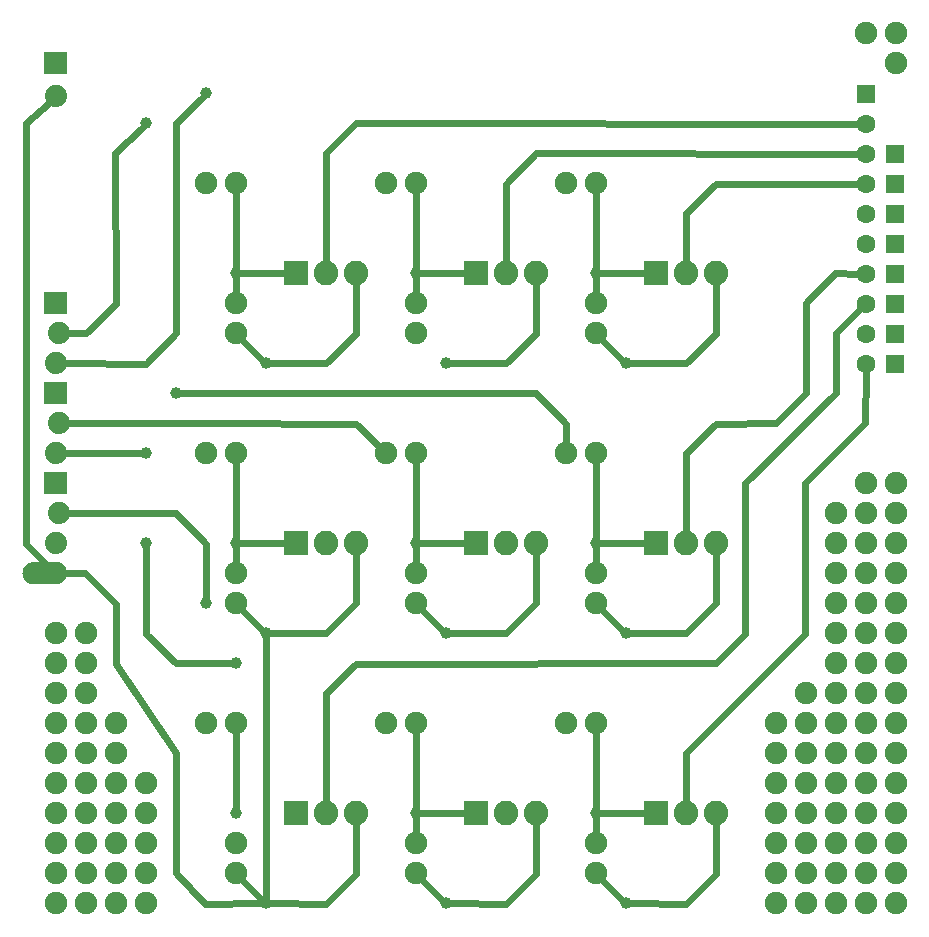
<source format=gtl>
G04 MADE WITH FRITZING*
G04 WWW.FRITZING.ORG*
G04 DOUBLE SIDED*
G04 HOLES PLATED*
G04 CONTOUR ON CENTER OF CONTOUR VECTOR*
%ASAXBY*%
%FSLAX23Y23*%
%MOIN*%
%OFA0B0*%
%SFA1.0B1.0*%
%ADD10C,0.075000*%
%ADD11C,0.062992*%
%ADD12C,0.039370*%
%ADD13C,0.074000*%
%ADD14C,0.082000*%
%ADD15C,0.074803*%
%ADD16R,0.062992X0.062992*%
%ADD17R,0.082000X0.082000*%
%ADD18C,0.024000*%
%ADD19R,0.001000X0.001000*%
%LNCOPPER1*%
G90*
G70*
G54D10*
X1298Y752D03*
X1398Y752D03*
X1298Y2552D03*
X1398Y2552D03*
X1298Y1652D03*
X1398Y1652D03*
X1898Y1652D03*
X1998Y1652D03*
X1898Y752D03*
X1998Y752D03*
X1898Y2552D03*
X1998Y2552D03*
X698Y2552D03*
X798Y2552D03*
X698Y752D03*
X798Y752D03*
X698Y1652D03*
X798Y1652D03*
X1998Y2152D03*
X1998Y2052D03*
X1998Y1252D03*
X1998Y1152D03*
X1998Y352D03*
X1998Y252D03*
X798Y2152D03*
X798Y2052D03*
X798Y1252D03*
X798Y1152D03*
X798Y352D03*
X798Y252D03*
X1398Y2152D03*
X1398Y2052D03*
X1398Y1252D03*
X1398Y1152D03*
X1398Y352D03*
X1398Y252D03*
G54D11*
X2996Y2651D03*
X2898Y2651D03*
X2996Y2051D03*
X2898Y2051D03*
X2996Y2351D03*
X2898Y2351D03*
X2898Y2849D03*
X2898Y2751D03*
X2996Y2151D03*
X2898Y2151D03*
X2996Y2451D03*
X2898Y2451D03*
X2996Y2551D03*
X2898Y2551D03*
X2996Y2251D03*
X2898Y2251D03*
X2996Y1951D03*
X2898Y1951D03*
G54D12*
X198Y2152D03*
G54D13*
X198Y2152D03*
X208Y2052D03*
X198Y1952D03*
X198Y2152D03*
X208Y2052D03*
X198Y1952D03*
X198Y2152D03*
X208Y2052D03*
X198Y1952D03*
X198Y1552D03*
X208Y1452D03*
X198Y1352D03*
X198Y1552D03*
X208Y1452D03*
X198Y1352D03*
X198Y1552D03*
X208Y1452D03*
X198Y1352D03*
X198Y1252D03*
X198Y1252D03*
X198Y1252D03*
X198Y1852D03*
X208Y1752D03*
X198Y1652D03*
X198Y1852D03*
X208Y1752D03*
X198Y1652D03*
X198Y1852D03*
X208Y1752D03*
X198Y1652D03*
X198Y2952D03*
X198Y2842D03*
X198Y2952D03*
X198Y2842D03*
X198Y2952D03*
X198Y2842D03*
G54D14*
X998Y2252D03*
X1098Y2252D03*
X1198Y2252D03*
X998Y1352D03*
X1098Y1352D03*
X1198Y1352D03*
X998Y452D03*
X1098Y452D03*
X1198Y452D03*
G54D12*
X798Y2252D03*
X898Y1952D03*
G54D14*
X2198Y2252D03*
X2298Y2252D03*
X2398Y2252D03*
X2198Y452D03*
X2298Y452D03*
X2398Y452D03*
X2198Y1352D03*
X2298Y1352D03*
X2398Y1352D03*
X1598Y2252D03*
X1698Y2252D03*
X1798Y2252D03*
X1598Y1352D03*
X1698Y1352D03*
X1798Y1352D03*
X1598Y452D03*
X1698Y452D03*
X1798Y452D03*
G54D12*
X498Y2752D03*
X698Y2852D03*
X1398Y2252D03*
X1498Y1952D03*
X1998Y2252D03*
X2098Y1952D03*
X798Y1352D03*
X498Y1652D03*
X598Y1852D03*
X1398Y1352D03*
X1998Y1352D03*
X898Y1052D03*
X1498Y1052D03*
X2098Y1052D03*
X698Y1152D03*
X498Y1352D03*
X798Y452D03*
X1398Y452D03*
X1998Y452D03*
X2098Y152D03*
X1498Y152D03*
X898Y152D03*
X798Y952D03*
G54D15*
X2698Y252D03*
X2598Y252D03*
X2598Y352D03*
X2598Y152D03*
X2698Y152D03*
X2698Y352D03*
X2598Y452D03*
X2698Y452D03*
X2798Y252D03*
X2798Y152D03*
X2898Y152D03*
X2998Y152D03*
X2898Y252D03*
X2998Y252D03*
X2798Y352D03*
X2898Y352D03*
X2998Y352D03*
X2798Y452D03*
X2898Y452D03*
X2998Y452D03*
X2698Y652D03*
X2698Y552D03*
X2698Y752D03*
X2698Y852D03*
X2798Y652D03*
X2798Y552D03*
X2898Y552D03*
X2998Y552D03*
X2898Y652D03*
X2998Y652D03*
X2798Y752D03*
X2898Y752D03*
X2998Y752D03*
X2798Y852D03*
X2898Y852D03*
X2998Y852D03*
X2798Y952D03*
X2798Y1352D03*
X2798Y1252D03*
X2898Y1252D03*
X2998Y1252D03*
X2898Y952D03*
X2898Y1352D03*
X2998Y952D03*
X2998Y1352D03*
X2798Y1052D03*
X2798Y1452D03*
X2898Y1052D03*
X2898Y1452D03*
X2998Y1052D03*
X2998Y1452D03*
X2798Y1152D03*
X2898Y1152D03*
X2898Y1552D03*
X2998Y1152D03*
X2998Y1552D03*
X2998Y2952D03*
X2898Y3052D03*
X2998Y3052D03*
X198Y252D03*
X198Y652D03*
X198Y152D03*
X198Y552D03*
X298Y152D03*
X298Y552D03*
X398Y152D03*
X398Y552D03*
X298Y252D03*
X298Y652D03*
X398Y252D03*
X398Y652D03*
X198Y352D03*
X198Y752D03*
X298Y352D03*
X298Y752D03*
X398Y352D03*
X398Y752D03*
X198Y452D03*
X298Y452D03*
X398Y452D03*
X198Y952D03*
X198Y852D03*
X298Y852D03*
X298Y952D03*
X198Y1052D03*
X298Y1052D03*
X498Y152D03*
X498Y552D03*
X498Y252D03*
X498Y352D03*
X498Y452D03*
X2598Y552D03*
X2598Y652D03*
X2598Y752D03*
G54D16*
X2996Y2651D03*
X2996Y2051D03*
X2996Y2351D03*
X2898Y2849D03*
X2996Y2151D03*
X2996Y2451D03*
X2996Y2551D03*
X2996Y2251D03*
X2996Y1951D03*
G54D17*
X998Y2252D03*
X998Y1352D03*
X998Y452D03*
X2198Y2252D03*
X2198Y452D03*
X2198Y1352D03*
X1598Y2252D03*
X1598Y1352D03*
X1598Y452D03*
G54D18*
X1198Y2753D02*
X1099Y2652D01*
D02*
X99Y1351D02*
X98Y2753D01*
D02*
X98Y2753D02*
X175Y2821D01*
D02*
X175Y1275D02*
X99Y1351D01*
D02*
X397Y2652D02*
X485Y2738D01*
D02*
X1099Y1952D02*
X1198Y2051D01*
D02*
X1198Y2051D02*
X1198Y2219D01*
D02*
X917Y1952D02*
X1099Y1952D01*
D02*
X819Y2031D02*
X885Y1965D01*
D02*
X798Y2271D02*
X798Y2523D01*
D02*
X1099Y2652D02*
X1098Y2284D01*
D02*
X2871Y2751D02*
X1198Y2753D01*
D02*
X599Y2753D02*
X599Y2052D01*
D02*
X299Y2052D02*
X398Y2151D01*
D02*
X499Y1951D02*
X230Y1952D01*
D02*
X2085Y1965D02*
X2019Y2031D01*
D02*
X1998Y2271D02*
X1998Y2523D01*
D02*
X599Y2052D02*
X499Y1951D01*
D02*
X685Y2838D02*
X599Y2753D01*
D02*
X398Y2151D02*
X397Y2652D01*
D02*
X240Y2052D02*
X299Y2052D01*
D02*
X2298Y1952D02*
X2399Y2051D01*
D02*
X1699Y2551D02*
X1699Y2284D01*
D02*
X1699Y1952D02*
X1798Y2051D01*
D02*
X1798Y2652D02*
X1699Y2551D01*
D02*
X2399Y2051D02*
X2398Y2219D01*
D02*
X1798Y2051D02*
X1798Y2219D01*
D02*
X2117Y1952D02*
X2298Y1952D01*
D02*
X1517Y1952D02*
X1699Y1952D01*
D02*
X2871Y2551D02*
X2399Y2551D01*
D02*
X2871Y2651D02*
X1798Y2652D01*
D02*
X2298Y2452D02*
X2298Y2284D01*
D02*
X2399Y2551D02*
X2298Y2452D01*
D02*
X817Y1352D02*
X966Y1352D01*
D02*
X2017Y2252D02*
X2166Y2252D01*
D02*
X1398Y2233D02*
X1398Y2180D01*
D02*
X1998Y2233D02*
X1998Y2180D01*
D02*
X1417Y2252D02*
X1566Y2252D01*
D02*
X1398Y2271D02*
X1398Y2523D01*
D02*
X817Y2252D02*
X966Y2252D01*
D02*
X1398Y1623D02*
X1398Y1371D01*
D02*
X1899Y1751D02*
X1798Y1852D01*
D02*
X1798Y1852D02*
X617Y1852D01*
D02*
X479Y1652D02*
X230Y1652D01*
D02*
X1899Y1680D02*
X1899Y1751D01*
D02*
X699Y1752D02*
X240Y1752D01*
D02*
X1198Y1751D02*
X699Y1752D01*
D02*
X1278Y1672D02*
X1198Y1751D01*
D02*
X798Y2233D02*
X798Y2180D01*
D02*
X2698Y2152D02*
X2797Y2252D01*
D02*
X1998Y1333D02*
X1998Y1280D01*
D02*
X2017Y1352D02*
X2166Y1352D01*
D02*
X1998Y1623D02*
X1998Y1371D01*
D02*
X1398Y1333D02*
X1398Y1280D01*
D02*
X1417Y1352D02*
X1566Y1352D01*
D02*
X798Y1333D02*
X798Y1280D01*
D02*
X798Y1371D02*
X798Y1623D01*
D02*
X2399Y1751D02*
X2598Y1752D01*
D02*
X2298Y1052D02*
X2399Y1152D01*
D02*
X819Y1131D02*
X885Y1065D01*
D02*
X1419Y1131D02*
X1485Y1065D01*
D02*
X2019Y1131D02*
X2085Y1065D01*
D02*
X2298Y1652D02*
X2399Y1751D01*
D02*
X2598Y1752D02*
X2698Y1852D01*
D02*
X2698Y1852D02*
X2698Y2152D01*
D02*
X2797Y2252D02*
X2871Y2251D01*
D02*
X2298Y1384D02*
X2298Y1652D01*
D02*
X1099Y1052D02*
X1198Y1152D01*
D02*
X1198Y1152D02*
X1198Y1320D01*
D02*
X1699Y1052D02*
X1798Y1152D01*
D02*
X1798Y1152D02*
X1798Y1320D01*
D02*
X2399Y1152D02*
X2398Y1320D01*
D02*
X917Y1052D02*
X1099Y1052D01*
D02*
X1517Y1052D02*
X1699Y1052D01*
D02*
X2117Y1052D02*
X2298Y1052D01*
D02*
X1998Y723D02*
X1998Y471D01*
D02*
X1398Y723D02*
X1398Y471D01*
D02*
X798Y723D02*
X798Y471D01*
D02*
X699Y1351D02*
X598Y1452D01*
D02*
X598Y1452D02*
X240Y1452D01*
D02*
X699Y1171D02*
X699Y1351D01*
D02*
X2298Y151D02*
X2399Y251D01*
D02*
X2399Y251D02*
X2398Y419D01*
D02*
X2085Y165D02*
X2019Y231D01*
D02*
X1485Y165D02*
X1419Y231D01*
D02*
X885Y165D02*
X819Y231D01*
D02*
X1998Y433D02*
X1998Y380D01*
D02*
X2017Y452D02*
X2166Y452D01*
D02*
X1398Y433D02*
X1398Y380D01*
D02*
X1417Y452D02*
X1566Y452D01*
D02*
X599Y253D02*
X599Y653D01*
D02*
X599Y653D02*
X399Y951D01*
D02*
X898Y1033D02*
X898Y171D01*
D02*
X1699Y151D02*
X1517Y152D01*
D02*
X1798Y251D02*
X1699Y151D01*
D02*
X1099Y151D02*
X917Y152D01*
D02*
X1198Y251D02*
X1099Y151D01*
D02*
X2117Y152D02*
X2298Y151D01*
D02*
X1798Y420D02*
X1798Y251D01*
D02*
X1198Y420D02*
X1198Y251D01*
D02*
X1098Y484D02*
X1099Y852D01*
D02*
X399Y1151D02*
X297Y1253D01*
D02*
X297Y1253D02*
X232Y1252D01*
D02*
X2496Y1050D02*
X2496Y1553D01*
D02*
X2496Y1553D02*
X2799Y1852D01*
D02*
X2799Y2052D02*
X2879Y2132D01*
D02*
X2799Y1852D02*
X2799Y2052D01*
D02*
X1198Y951D02*
X2398Y952D01*
D02*
X1099Y852D02*
X1198Y951D01*
D02*
X697Y151D02*
X599Y253D01*
D02*
X399Y951D02*
X399Y1151D01*
D02*
X879Y152D02*
X697Y151D01*
D02*
X2398Y952D02*
X2496Y1050D01*
D02*
X2300Y654D02*
X2299Y484D01*
D02*
X2897Y1753D02*
X2697Y1553D01*
D02*
X2697Y1553D02*
X2697Y1050D01*
D02*
X2697Y1050D02*
X2300Y654D01*
D02*
X2898Y1924D02*
X2897Y1753D01*
D02*
X598Y952D02*
X499Y1051D01*
D02*
X499Y1051D02*
X498Y1333D01*
D02*
X779Y952D02*
X598Y952D01*
G54D19*
X161Y2989D02*
X234Y2989D01*
X161Y2988D02*
X234Y2988D01*
X161Y2987D02*
X234Y2987D01*
X161Y2986D02*
X234Y2986D01*
X161Y2985D02*
X234Y2985D01*
X161Y2984D02*
X234Y2984D01*
X161Y2983D02*
X234Y2983D01*
X161Y2982D02*
X234Y2982D01*
X161Y2981D02*
X234Y2981D01*
X161Y2980D02*
X234Y2980D01*
X161Y2979D02*
X234Y2979D01*
X161Y2978D02*
X234Y2978D01*
X161Y2977D02*
X234Y2977D01*
X161Y2976D02*
X234Y2976D01*
X161Y2975D02*
X234Y2975D01*
X161Y2974D02*
X234Y2974D01*
X161Y2973D02*
X234Y2973D01*
X161Y2972D02*
X193Y2972D01*
X203Y2972D02*
X234Y2972D01*
X161Y2971D02*
X190Y2971D01*
X206Y2971D02*
X234Y2971D01*
X161Y2970D02*
X188Y2970D01*
X208Y2970D02*
X234Y2970D01*
X161Y2969D02*
X186Y2969D01*
X210Y2969D02*
X234Y2969D01*
X161Y2968D02*
X185Y2968D01*
X211Y2968D02*
X234Y2968D01*
X161Y2967D02*
X184Y2967D01*
X212Y2967D02*
X234Y2967D01*
X161Y2966D02*
X183Y2966D01*
X213Y2966D02*
X234Y2966D01*
X161Y2965D02*
X182Y2965D01*
X214Y2965D02*
X234Y2965D01*
X161Y2964D02*
X181Y2964D01*
X215Y2964D02*
X234Y2964D01*
X161Y2963D02*
X180Y2963D01*
X215Y2963D02*
X234Y2963D01*
X161Y2962D02*
X180Y2962D01*
X216Y2962D02*
X234Y2962D01*
X161Y2961D02*
X179Y2961D01*
X216Y2961D02*
X234Y2961D01*
X161Y2960D02*
X179Y2960D01*
X217Y2960D02*
X234Y2960D01*
X161Y2959D02*
X179Y2959D01*
X217Y2959D02*
X234Y2959D01*
X161Y2958D02*
X178Y2958D01*
X218Y2958D02*
X234Y2958D01*
X161Y2957D02*
X178Y2957D01*
X218Y2957D02*
X234Y2957D01*
X161Y2956D02*
X178Y2956D01*
X218Y2956D02*
X234Y2956D01*
X161Y2955D02*
X178Y2955D01*
X218Y2955D02*
X234Y2955D01*
X161Y2954D02*
X178Y2954D01*
X218Y2954D02*
X234Y2954D01*
X161Y2953D02*
X177Y2953D01*
X218Y2953D02*
X234Y2953D01*
X161Y2952D02*
X177Y2952D01*
X218Y2952D02*
X234Y2952D01*
X161Y2951D02*
X178Y2951D01*
X218Y2951D02*
X234Y2951D01*
X161Y2950D02*
X178Y2950D01*
X218Y2950D02*
X234Y2950D01*
X161Y2949D02*
X178Y2949D01*
X218Y2949D02*
X234Y2949D01*
X161Y2948D02*
X178Y2948D01*
X218Y2948D02*
X234Y2948D01*
X161Y2947D02*
X178Y2947D01*
X218Y2947D02*
X234Y2947D01*
X161Y2946D02*
X179Y2946D01*
X217Y2946D02*
X234Y2946D01*
X161Y2945D02*
X179Y2945D01*
X217Y2945D02*
X234Y2945D01*
X161Y2944D02*
X179Y2944D01*
X216Y2944D02*
X234Y2944D01*
X161Y2943D02*
X180Y2943D01*
X216Y2943D02*
X234Y2943D01*
X161Y2942D02*
X180Y2942D01*
X215Y2942D02*
X234Y2942D01*
X161Y2941D02*
X181Y2941D01*
X215Y2941D02*
X234Y2941D01*
X161Y2940D02*
X182Y2940D01*
X214Y2940D02*
X234Y2940D01*
X161Y2939D02*
X183Y2939D01*
X213Y2939D02*
X234Y2939D01*
X161Y2938D02*
X184Y2938D01*
X212Y2938D02*
X234Y2938D01*
X161Y2937D02*
X185Y2937D01*
X211Y2937D02*
X234Y2937D01*
X161Y2936D02*
X186Y2936D01*
X210Y2936D02*
X234Y2936D01*
X161Y2935D02*
X188Y2935D01*
X208Y2935D02*
X234Y2935D01*
X161Y2934D02*
X190Y2934D01*
X206Y2934D02*
X234Y2934D01*
X161Y2933D02*
X193Y2933D01*
X203Y2933D02*
X234Y2933D01*
X161Y2932D02*
X234Y2932D01*
X161Y2931D02*
X234Y2931D01*
X161Y2930D02*
X234Y2930D01*
X161Y2929D02*
X234Y2929D01*
X161Y2928D02*
X234Y2928D01*
X161Y2927D02*
X234Y2927D01*
X161Y2926D02*
X234Y2926D01*
X161Y2925D02*
X234Y2925D01*
X161Y2924D02*
X234Y2924D01*
X161Y2923D02*
X234Y2923D01*
X161Y2922D02*
X234Y2922D01*
X161Y2921D02*
X234Y2921D01*
X161Y2920D02*
X234Y2920D01*
X161Y2919D02*
X234Y2919D01*
X161Y2918D02*
X234Y2918D01*
X161Y2917D02*
X234Y2917D01*
X161Y2916D02*
X234Y2916D01*
X161Y2189D02*
X234Y2189D01*
X161Y2188D02*
X234Y2188D01*
X161Y2187D02*
X234Y2187D01*
X161Y2186D02*
X234Y2186D01*
X161Y2185D02*
X234Y2185D01*
X161Y2184D02*
X234Y2184D01*
X161Y2183D02*
X234Y2183D01*
X161Y2182D02*
X234Y2182D01*
X161Y2181D02*
X234Y2181D01*
X161Y2180D02*
X234Y2180D01*
X161Y2179D02*
X234Y2179D01*
X161Y2178D02*
X234Y2178D01*
X161Y2177D02*
X234Y2177D01*
X161Y2176D02*
X234Y2176D01*
X161Y2175D02*
X234Y2175D01*
X161Y2174D02*
X234Y2174D01*
X161Y2173D02*
X234Y2173D01*
X161Y2172D02*
X192Y2172D01*
X203Y2172D02*
X234Y2172D01*
X161Y2171D02*
X189Y2171D01*
X206Y2171D02*
X234Y2171D01*
X161Y2170D02*
X188Y2170D01*
X208Y2170D02*
X234Y2170D01*
X161Y2169D02*
X186Y2169D01*
X210Y2169D02*
X234Y2169D01*
X161Y2168D02*
X185Y2168D01*
X211Y2168D02*
X234Y2168D01*
X161Y2167D02*
X183Y2167D01*
X212Y2167D02*
X234Y2167D01*
X161Y2166D02*
X183Y2166D01*
X213Y2166D02*
X234Y2166D01*
X161Y2165D02*
X182Y2165D01*
X214Y2165D02*
X234Y2165D01*
X161Y2164D02*
X181Y2164D01*
X215Y2164D02*
X234Y2164D01*
X161Y2163D02*
X180Y2163D01*
X215Y2163D02*
X234Y2163D01*
X161Y2162D02*
X180Y2162D01*
X216Y2162D02*
X234Y2162D01*
X161Y2161D02*
X179Y2161D01*
X217Y2161D02*
X234Y2161D01*
X161Y2160D02*
X179Y2160D01*
X217Y2160D02*
X234Y2160D01*
X161Y2159D02*
X179Y2159D01*
X217Y2159D02*
X234Y2159D01*
X161Y2158D02*
X178Y2158D01*
X218Y2158D02*
X234Y2158D01*
X161Y2157D02*
X178Y2157D01*
X218Y2157D02*
X234Y2157D01*
X161Y2156D02*
X178Y2156D01*
X218Y2156D02*
X234Y2156D01*
X161Y2155D02*
X178Y2155D01*
X218Y2155D02*
X234Y2155D01*
X161Y2154D02*
X178Y2154D01*
X218Y2154D02*
X234Y2154D01*
X161Y2153D02*
X177Y2153D01*
X218Y2153D02*
X234Y2153D01*
X161Y2152D02*
X177Y2152D01*
X218Y2152D02*
X234Y2152D01*
X161Y2151D02*
X178Y2151D01*
X218Y2151D02*
X234Y2151D01*
X161Y2150D02*
X178Y2150D01*
X218Y2150D02*
X234Y2150D01*
X161Y2149D02*
X178Y2149D01*
X218Y2149D02*
X234Y2149D01*
X161Y2148D02*
X178Y2148D01*
X218Y2148D02*
X234Y2148D01*
X161Y2147D02*
X178Y2147D01*
X217Y2147D02*
X234Y2147D01*
X161Y2146D02*
X179Y2146D01*
X217Y2146D02*
X234Y2146D01*
X161Y2145D02*
X179Y2145D01*
X217Y2145D02*
X234Y2145D01*
X161Y2144D02*
X179Y2144D01*
X216Y2144D02*
X234Y2144D01*
X161Y2143D02*
X180Y2143D01*
X216Y2143D02*
X234Y2143D01*
X161Y2142D02*
X181Y2142D01*
X215Y2142D02*
X234Y2142D01*
X161Y2141D02*
X181Y2141D01*
X215Y2141D02*
X234Y2141D01*
X161Y2140D02*
X182Y2140D01*
X214Y2140D02*
X234Y2140D01*
X161Y2139D02*
X183Y2139D01*
X213Y2139D02*
X234Y2139D01*
X161Y2138D02*
X184Y2138D01*
X212Y2138D02*
X234Y2138D01*
X161Y2137D02*
X185Y2137D01*
X211Y2137D02*
X234Y2137D01*
X161Y2136D02*
X186Y2136D01*
X209Y2136D02*
X234Y2136D01*
X161Y2135D02*
X188Y2135D01*
X208Y2135D02*
X234Y2135D01*
X161Y2134D02*
X190Y2134D01*
X205Y2134D02*
X234Y2134D01*
X161Y2133D02*
X194Y2133D01*
X201Y2133D02*
X234Y2133D01*
X161Y2132D02*
X234Y2132D01*
X161Y2131D02*
X234Y2131D01*
X161Y2130D02*
X234Y2130D01*
X161Y2129D02*
X234Y2129D01*
X161Y2128D02*
X234Y2128D01*
X161Y2127D02*
X234Y2127D01*
X161Y2126D02*
X234Y2126D01*
X161Y2125D02*
X234Y2125D01*
X161Y2124D02*
X234Y2124D01*
X161Y2123D02*
X234Y2123D01*
X161Y2122D02*
X234Y2122D01*
X161Y2121D02*
X234Y2121D01*
X161Y2120D02*
X234Y2120D01*
X161Y2119D02*
X234Y2119D01*
X161Y2118D02*
X234Y2118D01*
X161Y2117D02*
X234Y2117D01*
X162Y2116D02*
X234Y2116D01*
X161Y1889D02*
X234Y1889D01*
X161Y1888D02*
X234Y1888D01*
X161Y1887D02*
X234Y1887D01*
X161Y1886D02*
X234Y1886D01*
X161Y1885D02*
X234Y1885D01*
X161Y1884D02*
X234Y1884D01*
X161Y1883D02*
X234Y1883D01*
X161Y1882D02*
X234Y1882D01*
X161Y1881D02*
X234Y1881D01*
X161Y1880D02*
X234Y1880D01*
X161Y1879D02*
X234Y1879D01*
X161Y1878D02*
X234Y1878D01*
X161Y1877D02*
X234Y1877D01*
X161Y1876D02*
X234Y1876D01*
X161Y1875D02*
X234Y1875D01*
X161Y1874D02*
X234Y1874D01*
X161Y1873D02*
X234Y1873D01*
X161Y1872D02*
X192Y1872D01*
X204Y1872D02*
X234Y1872D01*
X161Y1871D02*
X189Y1871D01*
X206Y1871D02*
X234Y1871D01*
X161Y1870D02*
X187Y1870D01*
X208Y1870D02*
X234Y1870D01*
X161Y1869D02*
X186Y1869D01*
X210Y1869D02*
X234Y1869D01*
X161Y1868D02*
X185Y1868D01*
X211Y1868D02*
X234Y1868D01*
X161Y1867D02*
X183Y1867D01*
X212Y1867D02*
X234Y1867D01*
X161Y1866D02*
X183Y1866D01*
X213Y1866D02*
X234Y1866D01*
X161Y1865D02*
X182Y1865D01*
X214Y1865D02*
X234Y1865D01*
X161Y1864D02*
X181Y1864D01*
X215Y1864D02*
X234Y1864D01*
X161Y1863D02*
X180Y1863D01*
X215Y1863D02*
X234Y1863D01*
X161Y1862D02*
X180Y1862D01*
X216Y1862D02*
X234Y1862D01*
X161Y1861D02*
X179Y1861D01*
X217Y1861D02*
X234Y1861D01*
X161Y1860D02*
X179Y1860D01*
X217Y1860D02*
X234Y1860D01*
X161Y1859D02*
X178Y1859D01*
X217Y1859D02*
X234Y1859D01*
X161Y1858D02*
X178Y1858D01*
X218Y1858D02*
X234Y1858D01*
X161Y1857D02*
X178Y1857D01*
X218Y1857D02*
X234Y1857D01*
X161Y1856D02*
X178Y1856D01*
X218Y1856D02*
X234Y1856D01*
X161Y1855D02*
X178Y1855D01*
X218Y1855D02*
X234Y1855D01*
X161Y1854D02*
X178Y1854D01*
X218Y1854D02*
X234Y1854D01*
X161Y1853D02*
X177Y1853D01*
X218Y1853D02*
X234Y1853D01*
X161Y1852D02*
X177Y1852D01*
X218Y1852D02*
X234Y1852D01*
X161Y1851D02*
X178Y1851D01*
X218Y1851D02*
X234Y1851D01*
X161Y1850D02*
X178Y1850D01*
X218Y1850D02*
X234Y1850D01*
X161Y1849D02*
X178Y1849D01*
X218Y1849D02*
X234Y1849D01*
X161Y1848D02*
X178Y1848D01*
X218Y1848D02*
X234Y1848D01*
X161Y1847D02*
X178Y1847D01*
X217Y1847D02*
X234Y1847D01*
X161Y1846D02*
X179Y1846D01*
X217Y1846D02*
X234Y1846D01*
X161Y1845D02*
X179Y1845D01*
X217Y1845D02*
X234Y1845D01*
X161Y1844D02*
X179Y1844D01*
X216Y1844D02*
X234Y1844D01*
X161Y1843D02*
X180Y1843D01*
X216Y1843D02*
X234Y1843D01*
X161Y1842D02*
X181Y1842D01*
X215Y1842D02*
X234Y1842D01*
X161Y1841D02*
X181Y1841D01*
X215Y1841D02*
X234Y1841D01*
X161Y1840D02*
X182Y1840D01*
X214Y1840D02*
X234Y1840D01*
X161Y1839D02*
X183Y1839D01*
X213Y1839D02*
X234Y1839D01*
X161Y1838D02*
X184Y1838D01*
X212Y1838D02*
X234Y1838D01*
X161Y1837D02*
X185Y1837D01*
X211Y1837D02*
X234Y1837D01*
X161Y1836D02*
X187Y1836D01*
X209Y1836D02*
X234Y1836D01*
X161Y1835D02*
X188Y1835D01*
X207Y1835D02*
X234Y1835D01*
X161Y1834D02*
X191Y1834D01*
X205Y1834D02*
X234Y1834D01*
X161Y1833D02*
X195Y1833D01*
X201Y1833D02*
X234Y1833D01*
X161Y1832D02*
X234Y1832D01*
X161Y1831D02*
X234Y1831D01*
X161Y1830D02*
X234Y1830D01*
X161Y1829D02*
X234Y1829D01*
X161Y1828D02*
X234Y1828D01*
X161Y1827D02*
X234Y1827D01*
X161Y1826D02*
X234Y1826D01*
X161Y1825D02*
X234Y1825D01*
X161Y1824D02*
X234Y1824D01*
X161Y1823D02*
X234Y1823D01*
X161Y1822D02*
X234Y1822D01*
X161Y1821D02*
X234Y1821D01*
X161Y1820D02*
X234Y1820D01*
X161Y1819D02*
X234Y1819D01*
X161Y1818D02*
X234Y1818D01*
X161Y1817D02*
X234Y1817D01*
X162Y1816D02*
X234Y1816D01*
X161Y1589D02*
X234Y1589D01*
X161Y1588D02*
X234Y1588D01*
X161Y1587D02*
X234Y1587D01*
X161Y1586D02*
X234Y1586D01*
X161Y1585D02*
X234Y1585D01*
X161Y1584D02*
X234Y1584D01*
X161Y1583D02*
X234Y1583D01*
X161Y1582D02*
X234Y1582D01*
X161Y1581D02*
X234Y1581D01*
X161Y1580D02*
X234Y1580D01*
X161Y1579D02*
X234Y1579D01*
X161Y1578D02*
X234Y1578D01*
X161Y1577D02*
X234Y1577D01*
X161Y1576D02*
X234Y1576D01*
X161Y1575D02*
X234Y1575D01*
X161Y1574D02*
X234Y1574D01*
X161Y1573D02*
X234Y1573D01*
X161Y1572D02*
X192Y1572D01*
X204Y1572D02*
X234Y1572D01*
X161Y1571D02*
X189Y1571D01*
X207Y1571D02*
X234Y1571D01*
X161Y1570D02*
X187Y1570D01*
X208Y1570D02*
X234Y1570D01*
X161Y1569D02*
X186Y1569D01*
X210Y1569D02*
X234Y1569D01*
X161Y1568D02*
X185Y1568D01*
X211Y1568D02*
X234Y1568D01*
X161Y1567D02*
X183Y1567D01*
X212Y1567D02*
X234Y1567D01*
X161Y1566D02*
X182Y1566D01*
X213Y1566D02*
X234Y1566D01*
X161Y1565D02*
X182Y1565D01*
X214Y1565D02*
X234Y1565D01*
X161Y1564D02*
X181Y1564D01*
X215Y1564D02*
X234Y1564D01*
X161Y1563D02*
X180Y1563D01*
X216Y1563D02*
X234Y1563D01*
X161Y1562D02*
X180Y1562D01*
X216Y1562D02*
X234Y1562D01*
X161Y1561D02*
X179Y1561D01*
X217Y1561D02*
X234Y1561D01*
X161Y1560D02*
X179Y1560D01*
X217Y1560D02*
X234Y1560D01*
X161Y1559D02*
X178Y1559D01*
X217Y1559D02*
X234Y1559D01*
X161Y1558D02*
X178Y1558D01*
X218Y1558D02*
X234Y1558D01*
X161Y1557D02*
X178Y1557D01*
X218Y1557D02*
X234Y1557D01*
X161Y1556D02*
X178Y1556D01*
X218Y1556D02*
X234Y1556D01*
X161Y1555D02*
X178Y1555D01*
X218Y1555D02*
X234Y1555D01*
X161Y1554D02*
X178Y1554D01*
X218Y1554D02*
X234Y1554D01*
X161Y1553D02*
X177Y1553D01*
X218Y1553D02*
X234Y1553D01*
X161Y1552D02*
X177Y1552D01*
X218Y1552D02*
X234Y1552D01*
X161Y1551D02*
X178Y1551D01*
X218Y1551D02*
X234Y1551D01*
X161Y1550D02*
X178Y1550D01*
X218Y1550D02*
X234Y1550D01*
X161Y1549D02*
X178Y1549D01*
X218Y1549D02*
X234Y1549D01*
X161Y1548D02*
X178Y1548D01*
X218Y1548D02*
X234Y1548D01*
X161Y1547D02*
X178Y1547D01*
X217Y1547D02*
X234Y1547D01*
X161Y1546D02*
X179Y1546D01*
X217Y1546D02*
X234Y1546D01*
X161Y1545D02*
X179Y1545D01*
X217Y1545D02*
X234Y1545D01*
X161Y1544D02*
X180Y1544D01*
X216Y1544D02*
X234Y1544D01*
X161Y1543D02*
X180Y1543D01*
X216Y1543D02*
X234Y1543D01*
X161Y1542D02*
X181Y1542D01*
X215Y1542D02*
X234Y1542D01*
X161Y1541D02*
X181Y1541D01*
X214Y1541D02*
X234Y1541D01*
X161Y1540D02*
X182Y1540D01*
X214Y1540D02*
X234Y1540D01*
X161Y1539D02*
X183Y1539D01*
X213Y1539D02*
X234Y1539D01*
X161Y1538D02*
X184Y1538D01*
X212Y1538D02*
X234Y1538D01*
X161Y1537D02*
X185Y1537D01*
X211Y1537D02*
X234Y1537D01*
X161Y1536D02*
X187Y1536D01*
X209Y1536D02*
X234Y1536D01*
X161Y1535D02*
X188Y1535D01*
X207Y1535D02*
X234Y1535D01*
X161Y1534D02*
X191Y1534D01*
X205Y1534D02*
X234Y1534D01*
X161Y1533D02*
X196Y1533D01*
X200Y1533D02*
X234Y1533D01*
X161Y1532D02*
X234Y1532D01*
X161Y1531D02*
X234Y1531D01*
X161Y1530D02*
X234Y1530D01*
X161Y1529D02*
X234Y1529D01*
X161Y1528D02*
X234Y1528D01*
X161Y1527D02*
X234Y1527D01*
X161Y1526D02*
X234Y1526D01*
X161Y1525D02*
X234Y1525D01*
X161Y1524D02*
X234Y1524D01*
X161Y1523D02*
X234Y1523D01*
X161Y1522D02*
X234Y1522D01*
X161Y1521D02*
X234Y1521D01*
X161Y1520D02*
X234Y1520D01*
X161Y1519D02*
X234Y1519D01*
X161Y1518D02*
X234Y1518D01*
X161Y1517D02*
X234Y1517D01*
X162Y1516D02*
X234Y1516D01*
X117Y1289D02*
X205Y1289D01*
X113Y1288D02*
X209Y1288D01*
X110Y1287D02*
X212Y1287D01*
X108Y1286D02*
X214Y1286D01*
X106Y1285D02*
X216Y1285D01*
X104Y1284D02*
X217Y1284D01*
X103Y1283D02*
X219Y1283D01*
X102Y1282D02*
X220Y1282D01*
X100Y1281D02*
X221Y1281D01*
X99Y1280D02*
X222Y1280D01*
X98Y1279D02*
X224Y1279D01*
X97Y1278D02*
X224Y1278D01*
X96Y1277D02*
X225Y1277D01*
X96Y1276D02*
X226Y1276D01*
X95Y1275D02*
X227Y1275D01*
X94Y1274D02*
X192Y1274D01*
X204Y1274D02*
X228Y1274D01*
X93Y1273D02*
X189Y1273D01*
X207Y1273D02*
X228Y1273D01*
X93Y1272D02*
X187Y1272D01*
X209Y1272D02*
X229Y1272D01*
X92Y1271D02*
X185Y1271D01*
X211Y1271D02*
X230Y1271D01*
X92Y1270D02*
X184Y1270D01*
X212Y1270D02*
X230Y1270D01*
X91Y1269D02*
X183Y1269D01*
X213Y1269D02*
X231Y1269D01*
X91Y1268D02*
X181Y1268D01*
X214Y1268D02*
X231Y1268D01*
X90Y1267D02*
X181Y1267D01*
X215Y1267D02*
X232Y1267D01*
X90Y1266D02*
X180Y1266D01*
X216Y1266D02*
X232Y1266D01*
X89Y1265D02*
X179Y1265D01*
X217Y1265D02*
X232Y1265D01*
X89Y1264D02*
X179Y1264D01*
X217Y1264D02*
X233Y1264D01*
X89Y1263D02*
X178Y1263D01*
X218Y1263D02*
X233Y1263D01*
X89Y1262D02*
X177Y1262D01*
X218Y1262D02*
X233Y1262D01*
X88Y1261D02*
X177Y1261D01*
X219Y1261D02*
X233Y1261D01*
X88Y1260D02*
X177Y1260D01*
X219Y1260D02*
X234Y1260D01*
X88Y1259D02*
X176Y1259D01*
X219Y1259D02*
X234Y1259D01*
X88Y1258D02*
X176Y1258D01*
X220Y1258D02*
X234Y1258D01*
X88Y1257D02*
X176Y1257D01*
X220Y1257D02*
X234Y1257D01*
X88Y1256D02*
X176Y1256D01*
X220Y1256D02*
X234Y1256D01*
X88Y1255D02*
X176Y1255D01*
X220Y1255D02*
X234Y1255D01*
X87Y1254D02*
X175Y1254D01*
X220Y1254D02*
X234Y1254D01*
X87Y1253D02*
X175Y1253D01*
X220Y1253D02*
X234Y1253D01*
X87Y1252D02*
X175Y1252D01*
X220Y1252D02*
X234Y1252D01*
X88Y1251D02*
X175Y1251D01*
X220Y1251D02*
X234Y1251D01*
X88Y1250D02*
X176Y1250D01*
X220Y1250D02*
X234Y1250D01*
X88Y1249D02*
X176Y1249D01*
X220Y1249D02*
X234Y1249D01*
X88Y1248D02*
X176Y1248D01*
X220Y1248D02*
X234Y1248D01*
X88Y1247D02*
X176Y1247D01*
X219Y1247D02*
X234Y1247D01*
X88Y1246D02*
X177Y1246D01*
X219Y1246D02*
X234Y1246D01*
X88Y1245D02*
X177Y1245D01*
X219Y1245D02*
X234Y1245D01*
X89Y1244D02*
X177Y1244D01*
X218Y1244D02*
X233Y1244D01*
X89Y1243D02*
X178Y1243D01*
X218Y1243D02*
X233Y1243D01*
X89Y1242D02*
X178Y1242D01*
X217Y1242D02*
X233Y1242D01*
X89Y1241D02*
X179Y1241D01*
X217Y1241D02*
X232Y1241D01*
X90Y1240D02*
X180Y1240D01*
X216Y1240D02*
X232Y1240D01*
X90Y1239D02*
X180Y1239D01*
X215Y1239D02*
X232Y1239D01*
X91Y1238D02*
X181Y1238D01*
X215Y1238D02*
X231Y1238D01*
X91Y1237D02*
X182Y1237D01*
X214Y1237D02*
X231Y1237D01*
X92Y1236D02*
X183Y1236D01*
X212Y1236D02*
X230Y1236D01*
X92Y1235D02*
X185Y1235D01*
X211Y1235D02*
X230Y1235D01*
X93Y1234D02*
X186Y1234D01*
X210Y1234D02*
X229Y1234D01*
X93Y1233D02*
X188Y1233D01*
X208Y1233D02*
X229Y1233D01*
X94Y1232D02*
X191Y1232D01*
X205Y1232D02*
X228Y1232D01*
X95Y1231D02*
X195Y1231D01*
X201Y1231D02*
X227Y1231D01*
X95Y1230D02*
X226Y1230D01*
X96Y1229D02*
X226Y1229D01*
X97Y1228D02*
X225Y1228D01*
X98Y1227D02*
X224Y1227D01*
X99Y1226D02*
X223Y1226D01*
X100Y1225D02*
X222Y1225D01*
X101Y1224D02*
X220Y1224D01*
X103Y1223D02*
X219Y1223D01*
X104Y1222D02*
X218Y1222D01*
X106Y1221D02*
X216Y1221D01*
X107Y1220D02*
X214Y1220D01*
X110Y1219D02*
X212Y1219D01*
X112Y1218D02*
X210Y1218D01*
X115Y1217D02*
X206Y1217D01*
X122Y1216D02*
X200Y1216D01*
D02*
G04 End of Copper1*
M02*
</source>
